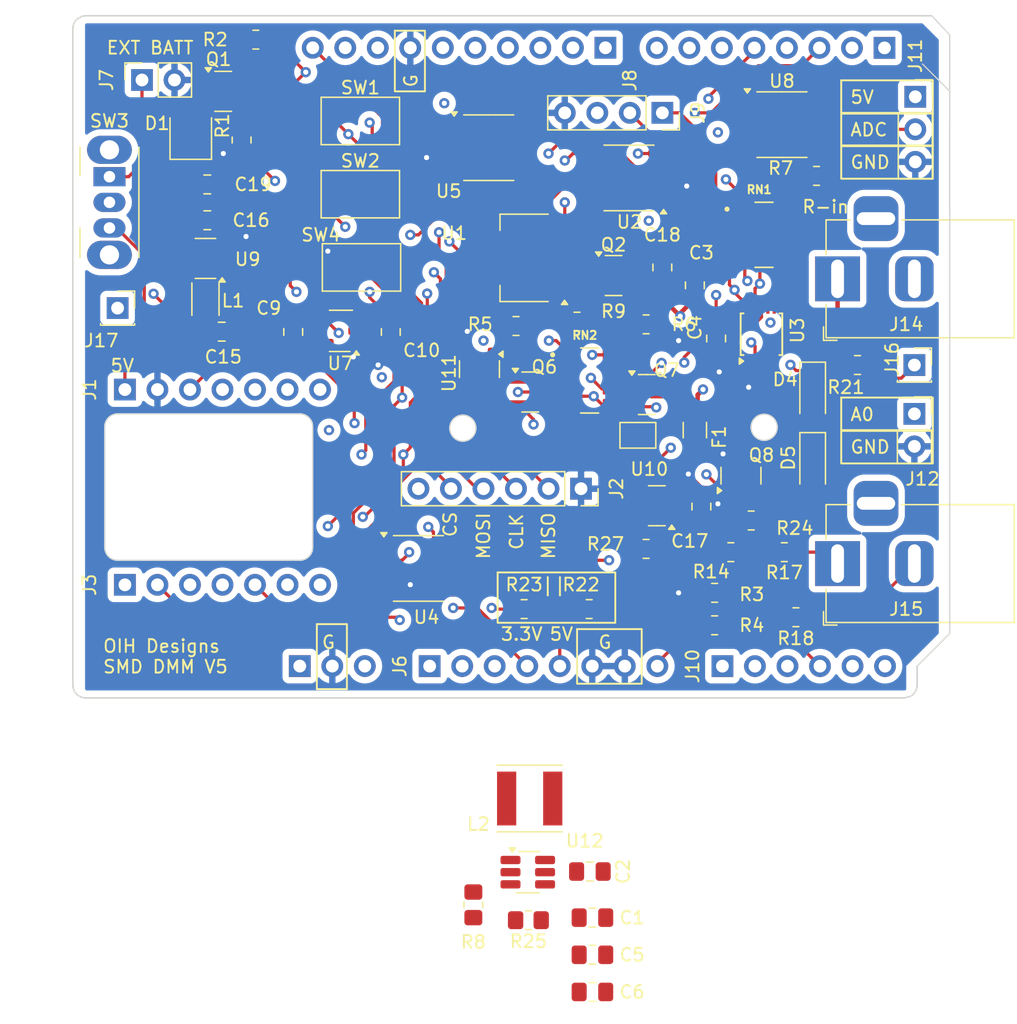
<source format=kicad_pcb>
(kicad_pcb (version 20241229) (generator "pcbnew") (generator_version "9.0")
  (layers (0 "F.Cu" signal) (4 "In1.Cu" signal) (6 "In2.Cu" signal) (2 "B.Cu" signal) (13 "F.Paste" user) (15 "B.Paste" user) (5 "F.SilkS" user "F.Silkscreen") (7 "B.SilkS" user "B.Silkscreen") (1 "F.Mask" user) (3 "B.Mask" user) (25 "Edge.Cuts" user))
  (net 0 "")
  (net 1 "GND")
  (net 2 "Resistor_Input")
  (net 3 "SDA")
  (net 4 "D6~")
  (net 5 "D7")
  (net 6 "+9V")
  (net 7 "SCL")
  (net 8 "V_Input_REF")
  (net 9 "V_Input_Float")
  (net 10 "ADS_ADDR")
  (net 11 "/R Circuit I Output")
  (net 12 "ADS_ALERT")
  (net 13 "A0{slash}D14")
  (net 14 "A2{slash}D16")
  (net 15 "D3~")
  (net 16 "VDD")
  (net 17 "I_Input")
  (net 18 "D10~")
  (net 19 "D9~")
  (net 20 "D5~ (IR)")
  (net 21 "A1{slash}D15")
  (net 32 "Net-(Q2-G)")
  (net 33 "Net-(U1-VO)")
  (net 36 "A3{slash}D17")
  (net 37 "Net-(D1-A)")
  (net 38 "Net-(F1-Pad1)")
  (net 39 "+BATT")
  (net 40 "CS")
  (net 41 "Net-(U7-C1-)")
  (net 42 "Net-(U7-C1+)")
  (net 43 "MISO")
  (net 44 "Net-(U9-SW)")
  (net 45 "XIAO 5V")
  (net 46 "XIAO Batt Pin")
  (net 47 "MOSI")
  (net 48 "CLK")
  (net 49 "SDA-5V")
  (net 50 "SCL-5V")
  (net 51 "/R into ADS")
  (net 52 "+VSW")
  (net 53 "/Uno5vPin")
  (net 54 "/Driver_U2_Out_B")
  (net 57 "/Driver_U4_Out_A")
  (net 58 "/Driver_U4_Out_B")
  (net 63 "+3V3")
  (net 64 "/ADC-1")
  (net 65 "/V Ref to ADS-0")
  (net 74 "/Driver_U4_In_B")
  (net 75 "Net-(Q1-B)")
  (net 76 "Net-(Q1-C)")
  (net 85 "Net-(J11-Pin_2)")
  (net 86 "Net-(U12-EN)")
  (net 87 "Net-(U12-SW)")
  (net 88 "Net-(Q8-D)")
  (net 89 "Net-(U12-FB)")
  (footprint "Capacitor_SMD:C_0805_2012Metric_Pad1.18x1.45mm_HandSolder" (layer "F.Cu") (at 128.660305 73.49413 90)
    (property "Reference" "C4")
    (property "Value" "0.1uF")
  )
  (footprint "Capacitor_SMD:C_0805_2012Metric_Pad1.18x1.45mm_HandSolder" (layer "F.Cu") (at 119 121.6)
    (property "Reference" "C5")
    (property "Value" "1uF")
  )
  (footprint "Resistor_SMD:R_0805_2012Metric_Pad1.20x1.40mm_HandSolder" (layer "F.Cu") (at 128.54 95.88 180)
    (property "Reference" "R4")
    (property "Value" "100K")
  )
  (footprint "Inductor_SMD:L_Taiyo-Yuden_MD-5050" (layer "F.Cu") (at 114.1 109.4 180)
    (property "Reference" "L2")
    (property "Value" "22uH")
  )
  (footprint "Connector_PinSocket_2.54mm:PinSocket_1x01_P2.54mm_Vertical" (layer "F.Cu") (at 144.145 75.565)
    (property "Reference" "J16")
    (property "Value" "Conn_01x01_Socket")
  )
  (footprint "Resistor_SMD:R_0805_2012Metric_Pad1.20x1.40mm_HandSolder" (layer "F.Cu") (at 109.7 117.7 90)
    (property "Reference" "R8")
    (property "Value" "71.5k")
  )
  (footprint "Library:PinHeader_1x10_P2.54mm_Vertical_NoBox" (layer "F.Cu") (at 120.015 50.8 -90)
    (property "Reference" "J8")
    (property "Value" "DIGITAL2")
  )
  (footprint "Resistor_SMD:R_0805_2012Metric_Pad1.20x1.40mm_HandSolder" (layer "F.Cu") (at 123.19 89.916)
    (property "Reference" "R27")
    (property "Value" "4.7K")
  )
  (footprint "Package_TO_SOT_SMD:SOT-223-3_TabPin2" (layer "F.Cu") (at 113.69 67.19875 180)
    (property "Reference" "U1")
    (property "Value" "LM317_TO-220")
  )
  (footprint "Jumper:SolderJumper-2_P1.3mm_Bridged_Pad1.0x1.5mm" (layer "F.Cu") (at 122.55 81.05)
    (property "Reference" "JP6" (hide yes))
    (property "Value" "Jumper_2_Bridged")
  )
  (footprint "Package_SO:SOIC-8_3.9x4.9mm_P1.27mm" (layer "F.Cu") (at 110.9 58.6)
    (property "Reference" "U5")
    (property "Value" "Opamp_Dual")
  )
  (footprint "Capacitor_SMD:C_0805_2012Metric_Pad1.18x1.45mm_HandSolder" (layer "F.Cu") (at 88.9215 61.468)
    (property "Reference" "C19")
    (property "Value" "22uF")
  )
  (footprint "Resistor_SMD:R_0805_2012Metric_Pad1.20x1.40mm_HandSolder" (layer "F.Cu") (at 118.745 94.615 180)
    (property "Reference" "R22")
    (property "Value" "0")
  )
  (footprint "Package_SO:TSSOP-10_3x3mm_P0.5mm" (layer "F.Cu") (at 132.200305 73.15913 90)
    (property "Reference" "U3")
    (property "Value" "ADS1115IDGS")
  )
  (footprint "Resistor_SMD:R_0805_2012Metric_Pad1.20x1.40mm_HandSolder" (layer "F.Cu") (at 134.89 95.25 180)
    (property "Reference" "R18")
    (property "Value" "499.0K")
  )
  (footprint "Library:PinHeader_1x06_P2.54mm_Vertical_NoBox" (layer "F.Cu") (at 129.151624 99.067665 90)
    (property "Reference" "J10")
    (property "Value" "ANALOG")
  )
  (footprint "Resistor_SMD:R_0805_2012Metric_Pad1.20x1.40mm_HandSolder" (layer "F.Cu") (at 129.81 90.17)
    (property "Reference" "R14")
    (property "Value" "15.0K")
  )
  (footprint "Package_TO_SOT_SMD:SOT-23" (layer "F.Cu") (at 124.0305 86.548 180)
    (property "Reference" "U10")
    (property "Value" "LM4040DBZ-2.5")
  )
  (footprint "Resistor_SMD:R_0805_2012Metric_Pad1.20x1.40mm_HandSolder" (layer "F.Cu") (at 114 118.9 180)
    (property "Reference" "R25")
    (property "Value" "732k")
  )
  (footprint "Resistor_SMD:R_0805_2012Metric_Pad1.20x1.40mm_HandSolder" (layer "F.Cu") (at 128.54 93.345)
    (property "Reference" "R3")
    (property "Value" "22K")
  )
  (footprint "Connector_PinSocket_2.54mm:PinSocket_1x03_P2.54mm_Vertical" (layer "F.Cu") (at 144.215 54.625)
    (property "Reference" "J11")
    (property "Value" "I_Input")
  )
  (footprint "Resistor_SMD:R_0805_2012Metric_Pad1.20x1.40mm_HandSolder" (layer "F.Cu") (at 113.03 72.51875)
    (property "Reference" "R5")
    (property "Value" "62.0")
  )
  (footprint "Resistor_SMD:R_0805_2012Metric_Pad1.20x1.40mm_HandSolder" (layer "F.Cu") (at 117.795 72.17875)
    (property "Reference" "R9")
    (property "Value" "22.0K")
  )
  (footprint "Button_Switch_SMD:SW_SPST_CK_RS282G05A3" (layer "F.Cu") (at 100.965 67.945 180)
    (property "Reference" "SW4")
    (property "Value" "SW_Push")
  )
  (footprint "Resistor_SMD:R_0805_2012Metric_Pad1.20x1.40mm_HandSolder" (layer "F.Cu") (at 91.6 58 -90)
    (property "Reference" "R1")
    (property "Value" "500")
  )
  (footprint "Library:RESCAXS127P508X320X70-8N" (layer "F.Cu") (at 118.782 76.77)
    (property "Reference" "RN2")
    (property "Value" "10k x4")
  )
  (footprint "Capacitor_SMD:C_0805_2012Metric_Pad1.18x1.45mm_HandSolder" (layer "F.Cu") (at 95.631 72.9805 -90)
    (property "Reference" "C9")
    (property "Value" "4.7uF")
  )
  (footprint "Resistor_SMD:R_0805_2012Metric_Pad1.20x1.40mm_HandSolder" (layer "F.Cu") (at 113.665 94.615 180)
    (property "Reference" "R23")
    (property "Value" "0")
  )
  (footprint "Button_Switch_SMD:SW_SPST_CK_RS282G05A3" (layer "F.Cu") (at 100.875 62.23)
    (property "Reference" "SW2")
    (property "Value" "SW_Push")
  )
  (footprint "Package_TO_SOT_SMD:SOT-23" (layer "F.Cu") (at 110.175 75.88 -90)
    (property "Reference" "U11")
    (property "Value" "LM4040DBZ-5")
  )
  (footprint "Button_Switch_SMD:SW_SPST_CK_RS282G05A3" (layer "F.Cu") (at 100.875 56.515)
    (property "Reference" "SW1")
    (property "Value" "SW_Push")
  )
  (footprint "Connector_PinSocket_2.54mm:PinSocket_1x02_P2.54mm_Vertical" (layer "F.Cu") (at 144.145 79.375)
    (property "Reference" "J12")
    (property "Value" "Conn_01x02_Pin")
  )
  (footprint "Resistor_SMD:R_0805_2012Metric_Pad1.20x1.40mm_HandSolder" (layer "F.Cu") (at 133.985 90.17 180)
    (property "Reference" "R17")
    (property "Value" "499.0K")
  )
  (footprint "Package_TO_SOT_SMD:SOT-23-5" (layer "F.Cu") (at 88.7785 67.244 180)
    (property "Reference" "U9")
    (property "Value" "TPS613222ADBV")
  )
  (footprint "Resistor_SMD:R_0805_2012Metric_Pad1.20x1.40mm_HandSolder" (layer "F.Cu") (at 136.5 60.8)
    (property "Reference" "R7")
    (property "Value" "0")
  )
  (footprint "Package_TO_SOT_SMD:SOT-23-5_HandSoldering" (layer "F.Cu") (at 99.361 72.898 180)
    (property "Reference" "U7")
    (property "Value" "MAX1683")
  )
  (footprint "Connector_BarrelJack:BarrelJack_Horizontal" (layer "F.Cu") (at 138.145 91.06 180)
    (property "Reference" "J15")
    (property "Value" "Barrel_Jack")
  )
  (footprint "Capacitor_SMD:C_0805_2012Metric_Pad1.18x1.45mm_HandSolder" (layer "F.Cu") (at 119 118.7)
    (property "Reference" "C1")
    (property "Value" "1uF")
  )
  (footprint "Package_SO:SOIC-8_3.9x4.9mm_P1.27mm" (layer "F.Cu") (at 105.41 91.44)
    (property "Reference" "U4")
    (property "Value" "IX4426N")
  )
  (footprint "Connector_PinSocket_2.54mm:PinSocket_1x01_P2.54mm_Vertical" (layer "F.Cu") (at 81.915 71.12)
    (property "Reference" "J17")
    (property "Value" "Conn_01x01_Socket")
  )
  (footprint "Package_TO_SOT_SMD:SOT-23" (layer "F.Cu") (at 120.65 68.58)
    (property "Reference" "Q2")
    (property "Value" "AO3400A MOSFET")
  )
  (footprint "Diode_SMD:D_SOD-123" (layer "F.Cu") (at 136.2 77.7 -90)
    (property "Reference" "D4")
    (property "Value" "D_Schottky")
  )
  (footprint "Resistor_SMD:R_0805_2012Metric_Pad1.20x1.40mm_HandSolder" (layer "F.Cu") (at 123.19 72.39 180)
    (property "Reference" "R6")
    (property "Value" "330.0")
  )
  (footprint "Resistor_SMD:R_0805_2012Metric_Pad1.20x1.40mm_HandSolder" (layer "F.Cu") (at 131.4 87.7 180)
    (property "Reference" "R24")
    (property "Value" "1.0M")
  )
  (footprint "Capacitor_SMD:C_0805_2012Metric_Pad1.18x1.45mm_HandSolder" (layer "F.Cu") (at 103.251 72.9805 90)
    (property "Reference" "C10")
    (property "Value" "4.7uF")
  )
  (footprint "Package_TO_SOT_SMD:SOT-23" (layer "F.Cu") (at 114.1445 77.67)
    (property "Reference" "Q6")
    (property "Value" "BSS138")
  )
  (footprint "Resistor_SMD:R_0805_2012Metric_Pad1.20x1.40mm_HandSolder" (layer "F.Cu") (at 139.7 75.565)
    (property "Reference" "R21")
    (property "Value" "0")
  )
  (footprint "Package_TO_SOT_SMD:SOT-23" (layer "F.Cu") (at 90.1625 54.2)
    (property "Reference" "Q1")
    (property "Value" "MMBT3904" (hide yes))
  )
  (footprint "Library:PinHeader_1x08_P2.54mm_Vertical_NoBox" (layer "F.Cu") (at 106.287792 99.06511 90)
    (property "Reference" "J6")
    (property "Value" "POWER1")
  )
  (footprint "Fuse:Fuse_1206_3216Metric_Pad1.42x1.75mm_HandSolder" (layer "F.Cu") (at 127 80.645 -90)
    (property "Reference" "F1")
    (property "Value" "Fuse")
  )
  (footprint "Connector_PinSocket_2.54mm:PinSocket_1x07_P2.54mm_Vertical" (layer "F.Cu") (at 82.487996 92.719534 90)
    (property "Reference" "J3")
    (property "Value" "Conn_01x07_Pin")
  )
  (footprint "Diode_SMD:D_SOD-123" (layer "F.Cu") (at 136.2 83.2 -90)
    (property "Reference" "D5")
    (property "Value" "D_Schottky")
  )
  (footprint "Capacitor_SMD:C_0805_2012Metric_Pad1.18x1.45mm_HandSolder" (layer "F.Cu") (at 119 124.5)
    (property "Reference" "C6")
    (property "Value" "1uF")
  )
  (footprint "Package_TO_SOT_SMD:SOT-23" (layer "F.Cu") (at 130.6 84.2 90)
    (property "Reference" "Q8")
    (property "Value" "AO3400A MOSFET")
  )
  (footprint "Capacitor_SMD:C_0805_2012Metric_Pad1.18x1.45mm_HandSolder" (layer "F.Cu") (at 124.46 67.945 90)
    (property "Reference" "C18")
    (property "Value" "1uF")
  )
  (footprint "Package_TO_SOT_SMD:SOT-23-6_Handsoldering" (layer "F.Cu") (at 113.95 115.15)
    (property "Reference" "U12")
    (property "Value" "TLV61046ADBVR")
  )
  (footprint "Library:PinHeader_1x08_P2.54mm_Vertical_NoBox" (layer "F.Cu") (at 141.809463 50.808987 -90)
    (property "Reference" "J13" (hide yes))
    (property "Value" "DIGITAL1")
  )
  (footprint "Connector_BarrelJack:BarrelJack_Horizontal" (layer "F.Cu") (at 138.145 68.835 180)
    (property "Reference" "J14")
    (property "Value" "Barrel_Jack")
  )
  (footprint "Capacitor_SMD:C_0805_2012Metric_Pad1.18x1.45mm_HandSolder" (layer "F.Cu") (at 127 69.342 90)
    (property "Reference" "C3")
    (property "Value" "2.2uF")
  )
  (footprint "Connector_PinSocket_2.54mm:PinSocket_1x02_P2.54mm_Vertical" (layer "F.Cu") (at 83.82 53.315 90)
    (property "Reference" "J7")
    (property "Value" "Conn_01x02_Pin")
  )
  (footprint "Resistor_SMD:R_0805_2012Metric_Pad1.20x1.40mm_HandSolder" (layer "F.Cu") (at 92.71 50.165 180)
    (property "Reference" "R2")
    (property "Value" "1K")
  )
  (footprint "Connector_PinSocket_2.54mm:PinSocket_1x07_P2.54mm_Vertical" (layer "F.Cu") (at 82.487996 77.479534 90)
    (property "Reference" "J1")
    (property "Value" "Conn_01x07_Pin")
  )
  (footprint "Capacitor_SMD:C_0805_2012Metric_Pad1.18x1.45mm_HandSolder" (layer "F.Cu") (at 127.508 86.614 -90)
    (property "Reference" "C17")
    (property "Value" "0.1uF")
  )
  (footprint "Inductor_SMD:L_Murata_DFE201610P" (layer "F.Cu") (at 88.7785 70.419 90)
    (property "Reference" "L1")
    (property "Value" "2.2uH")
  )
  (footprint "Package_SO:SOIC-8_3.9x4.9mm_P1.27mm" (layer "F.Cu") (at 133.8 56.8)
    (property "Reference" "U8")
    (property "Value" "Opamp_Dual")
  )
  (footprint "Connector_PinSocket_2.54mm:PinSocket_1x04_P2.54mm_Vertical" (layer "F.Cu") (at 124.46 55.88 -90)
    (property "Reference" "J9")
    (property "Value" "Out to Screen")
  )
  (footprint "LED_SMD:LED_Luminus_MP-3030-1100_3.0x3.0mm" (layer "F.Cu") (at 87.63 57.89 90)
    (property "Reference" "D1")
    (property "Value" "LED")
  )
  (footprint "Package_TO_SOT_SMD:SOT-23" (layer "F.Cu") (at 123.2445 77.87)
    (property "Reference" "Q7")
    (property "Value" "BSS138")
  )
  (footprint "Capacitor_SMD:C_0805_2012Metric_Pad1.18x1.45mm_HandSolder" (layer "F.Cu") (at 90.0485 72.959)
    (property "Reference" "C15")
    (property "Value" "4.7uF")
  )
  (footprint "Connector_PinSocket_2.54mm:PinSocket_1x06_P2.54mm_Vertical" (layer "F.Cu") (at 118.11 85.217 -90)
    (property "Reference" "J2")
    (property "Value" "MicoSD")
  )
  (footprint "Button_Switch_THT:SW_Slide_SPDT_Angled_CK_OS102011MA1Q" (layer "F.Cu") (at 81.28 60.865 -90)
    (property "Reference" "SW3")
    (property "Value" "SW_SPDT")
  )
  (footprint "Capacitor_SMD:C_0805_2012Metric_Pad1.18x1.45mm_HandSolder" (layer "F.Cu") (at 118.8 115.1)
    (property "Reference" "C2")
    (property "Value" "4.7uF")
  )
  (footprint "Library:RESCAXS127P508X320X70-8N" (layer "F.Cu") (at 132.4 65.4)
    (property "Reference" "RN1")
    (property "Value" "1K x4")
  )
  (footprint "Library:PinHeader_1x03_P2.54mm_Vertical_NoBox" (layer "F.Cu") (at 96.143981 99.063151 90)
    (property "Reference" "J5" (hide yes))
    (property "Value" "POWER2")
  )
  (footprint "Package_SO:SOIC-8_3.9x4.9mm_P1.27mm" (layer "F.Cu") (at 121.855 60.96 180)
    (property "Reference" "U2")
    (property "Value" "IX4426N")
  )
  (footprint "Capacitor_SMD:C_0805_2012Metric_Pad1.18x1.45mm_HandSolder" (layer "F.Cu") (at 88.9215 64.262)
    (property "Reference" "C16")
    (property "Value" "22uF")
  )
  (gr_rect (start 138.43 78.105) (end 145.585 80.705) (stroke (width 0.15)) (fill no) (layer "F.SilkS"))
  (gr_rect (start 111.597402 91.752692) (end 120.786111 95.683458) (stroke (width 0.15)) (fill no) (layer "F.SilkS"))
  (gr_rect (start 103.567758 49.467044) (end 105.91855 54.201136) (stroke (width 0.15)) (fill no) (layer "F.SilkS"))
  (gr_rect (start 138.43 80.645) (end 145.585 83.245) (stroke (width 0.15)) (fill no) (layer "F.SilkS"))
  (gr_rect (start 117.800432 96.176612) (end 122.849754 100.44112) (stroke (width 0.15)) (fill no) (layer "F.SilkS"))
  (gr_rect (start 97.477467 95.788603) (end 99.825034 100.86181) (stroke (width 0.15)) (fill no) (layer "F.SilkS"))
  (gr_rect (start 138.43 53.34) (end 145.585 55.94) (stroke (width 0.15)) (fill no) (layer "F.SilkS"))
  (gr_rect (start 138.43 55.88) (end 145.585 58.48) (stroke (width 0.15)) (fill no) (layer "F.SilkS"))
  (gr_rect (start 138.43 58.42) (end 145.585 61.02) (stroke (width 0.15)) (fill no) (layer "F.SilkS"))
  (gr_line (start 79.155572 48.342318) (end 79.409482 48.3) (stroke (width 0.12)) (layer "Edge.Cuts"))
  (gr_arc (start 80.915 80.375) (mid 81.207893 79.667893) (end 81.915 79.375) (stroke (width 0.1)) (layer "Edge.Cuts"))
  (gr_line (start 144.78 52.07) (end 146.939 54.229) (stroke (width 0.1)) (layer "Edge.Cuts"))
  (gr_line (start 78.711229 48.596228) (end 78.922821 48.448114) (stroke (width 0.12)) (layer "Edge.Cuts"))
  (gr_line (start 78.922821 101.423045) (end 78.711229 101.253771) (stroke (width 0.12)) (layer "Edge.Cuts"))
  (gr_line (start 146.899617 96.521794) (end 144.360514 99.060897) (stroke (width 0.12)) (layer "Edge.Cuts"))
  (gr_line (start 79.409482 48.3) (end 145.5 48.3) (stroke (width 0.12)) (layer "Edge.Cuts"))
  (gr_line (start 79.155572 101.507681) (end 78.922821 101.423045) (stroke (width 0.12)) (layer "Edge.Cuts"))
  (gr_line (start 144.318196 100.809428) (end 144.233559 101.042179) (stroke (width 0.12)) (layer "Edge.Cuts"))
  (gr_line (start 144.233559 101.042179) (end 144.064285 101.253771) (stroke (width 0.12)) (layer "Edge.Cuts"))
  (gr_line (start 78.415 49.315641) (end 78.457318 49.040571) (stroke (width 0.12)) (layer "Edge.Cuts"))
  (gr_line (start 144.360514 99.060897) (end 144.360514 100.555518) (stroke (width 0.12)) (layer "Edge.Cuts"))
  (gr_line (start 97.155 80.375) (end 97.155 89.805) (stroke (width 0.1)) (layer "Edge.Cuts"))
  (gr_line (start 145.5 48.3) (end 146.9 49.8) (stroke (width 0.1)) (layer "Edge.Cuts"))
  (gr_arc (start 81.915 90.805) (mid 81.207893 90.512107) (end 80.915 89.805) (stroke (width 0.1)) (layer "Edge.Cuts"))
  (gr_line (start 78.457318 100.809428) (end 78.415 100.555518) (stroke (width 0.12)) (layer "Edge.Cuts"))
  (gr_line (start 143.852694 101.423045) (end 143.366032 101.55) (stroke (width 0.12)) (layer "Edge.Cuts"))
  (gr_arc (start 96.155 79.375) (mid 96.862107 79.667893) (end 97.155 80.375) (stroke (width 0.1)) (layer "Edge.Cuts"))
  (gr_line (start 144.064285 101.253771) (end 143.852694 101.423045) (stroke (width 0.12)) (layer "Edge.Cuts"))
  (gr_line (start 78.711229 101.253771) (end 78.541955 101.042179) (stroke (width 0.12)) (layer "Edge.Cuts"))
  (gr_line (start 79.409482 101.55) (end 79.155572 101.507681) (stroke (width 0.12)) (layer "Edge.Cuts"))
  (gr_circle (center 108.880463 80.491437) (end 109.866264 80.21633) (stroke (width 0.1)) (fill no) (layer "Edge.Cuts"))
  (gr_line (start 81.915 90.805) (end 96.155 90.805) (stroke (width 0.1)) (layer "Edge.Cuts"))
  (gr_line (start 144.360514 100.555518) (end 144.318196 100.809428) (stroke (width 0.12)) (layer "Edge.Cuts"))
  (gr_line (start 78.415 100.555518) (end 78.415 49.315641) (stroke (width 0.12)) (layer "Edge.Cuts"))
  (gr_line (start 96.155 79.375) (end 81.915 79.375) (stroke (width 0.1)) (layer "Edge.Cuts"))
  (gr_circle (center 132.410332 80.422661) (end 133.396133 80.147554) (stroke (width 0.1)) (fill no) (layer "Edge.Cuts"))
  (gr_line (start 143.366032 101.55) (end 79.409482 101.55) (stroke (width 0.12)) (layer "Edge.Cuts"))
  (gr_line (start 78.541955 48.80782) (end 78.711229 48.596228) (stroke (width 0.12)) (layer "Edge.Cuts"))
  (gr_line (start 78.541955 101.042179) (end 78.457318 100.809428) (stroke (width 0.12)) (layer "Edge.Cuts"))
  (gr_arc (start 97.155 89.805) (mid 96.862107 90.512107) (end 96.155 90.805) (stroke (width 0.1)) (layer "Edge.Cuts"))
  (gr_line (start 80.915 89.805) (end 80.915 80.375) (stroke (width 0.1)) (layer "Edge.Cuts"))
  (gr_line (start 146.9 49.8) (end 146.899617 63.788527) (stroke (width 0.1)) (layer "Edge.Cuts"))
  (gr_line (start 78.922821 48.448114) (end 79.155572 48.342318) (stroke (width 0.12)) (layer "Edge.Cuts"))
  (gr_line (start 78.457318 49.040571) (end 78.541955 48.80782) (stroke (width 0.12)) (layer "Edge.Cuts"))
  (gr_line (start 146.899617 63.788527) (end 146.899617 96.521794) (stroke (width 0.12)) (layer "Edge.Cuts"))
  (gr_text "CS" (at 107.887744 88.00333 90) (layer "F.SilkS") (effects (font (size 1 1))))
  (gr_text "ADC" (at 139.065 57.785 0) (layer "F.SilkS") (effects (font (size 1 1)) (justify left bottom)))
  (gr_text "G" (at 97.79 97.79 0) (layer "F.SilkS") (effects (font (size 1 1)) (justify left bottom)))
  (gr_text "5V" (at 81.28 76.2 0) (layer "F.SilkS") (effects (font (size 1 1)) (justify left bottom)))
  (gr_text "||" (at 114.935 93.345 0) (layer "F.SilkS") (effects (font (size 1 1)) (justify left bottom)))
  (gr_text "G" (at 105.41 53.975 90) (layer "F.SilkS") (effects (font (size 1 1)) (justify left bottom)))
  (gr_text "R-in" (at 135.3 63.8 0) (layer "F.SilkS") (effects (font (size 1 1)) (justify left bottom)))
  (gr_text "5V" (at 139.065 55.245 0) (layer "F.SilkS") (effects (font (size 1 1)) (justify left bottom)))
  (gr_text "CLK" (at 113.068933 88.576471 90) (layer "F.SilkS") (effects (font (size 1 1))))
  (gr_text "GND" (at 139.065 82.55 0) (layer "F.SilkS") (effects (font (size 1 1)) (justify left bottom)))
  (gr_text "MOSI" (at 110.49 88.9 90) (layer "F.SilkS") (effects (font (size 1 1))))
  (gr_text "G" (at 119.38 97.79 0) (layer "F.SilkS") (effects (font (size 1 1)) (justify left bottom)))
  (gr_text "A0" (at 139.065 80.01 0) (layer "F.SilkS") (effects (font (size 1 1)) (justify left bottom)))
  (gr_text "3.3V" (at 111.76 97.155 0) (layer "F.SilkS") (effects (font (size 1 1)) (justify left bottom)))
  (gr_text "MISO" (at 115.57 88.9 90) (layer "F.SilkS") (effects (font (size 1 1))))
  (gr_text "EXT BATT" (at 84.455 50.8 0) (layer "F.SilkS") (effects (font (size 1 1))))
  (gr_text "GND" (at 139.065 60.325 0) (layer "F.SilkS") (effects (font (size 1 1)) (justify left bottom)))
  (gr_text "5V" (at 115.57 97.155 0) (layer "F.SilkS") (effects (font (size 1 1)) (justify left bottom)))
  (gr_text "OIH Designs\nSMD DMM V5" (at 80.7 99.7 0) (layer "F.SilkS") (effects (font (size 1 1)) (justify left bottom)))
  (segment (start 104.775 58.36) (end 105.785 59.37) (width 0.25) (layer "F.Cu") (net 1))
  (segment (start 87.63 58.465) (end 89.58 58.465) (width 0.25) (layer "F.Cu") (net 1))
  (segment (start 128.542434 75.742434) (end 128.542434 74.649501) (width 0.25) (layer "F.Cu") (net 1))
  (segment (start 100.711 74.549) (end 100.33 74.93) (width 0.25) (layer "F.Cu") (net 1))
  (segment (start 102.260346 75.561126) (end 102.339 75.482472) (width 0.25) (layer "F.Cu") (net 1))
  (segment (start 125.73 73.66) (end 125.46 73.66) (width 0.25) (layer "F.Cu") (net 1))
  (segment (start 127.508 85.09) (end 126.492 84.074) (width 0.25) (layer "F.Cu") (net 1))
  (segment (start 102.339 74.93) (end 103.251 74.018) (width 0.25) (layer "F.Cu") (net 1))
  (segment (start 125.46 73.66) (end 124.19 72.39) (width 0.25) (layer "F.Cu") (net 1))
  (segment (start 124.018 86.548) (end 124.968 85.598) (width 0.25) (layer "F.Cu") (net 1))
  (segment (start 89.58 58.465) (end 90.17 59.055) (width 0.25) (layer "F.Cu") (net 1))
  (segment (start 132.200305 76.299695) (end 131.2 77.3) (width 0.25) (layer "F.Cu") (net 1))
  (segment (start 102.339 75.482472) (end 102.339 74.93) (width 0.25) (layer "F.Cu") (net 1))
  (segment (start 104.14 92.075) (end 102.935 92.075) (width 0.25) (layer "F.Cu") (net 1))
  (segment (start 104.775 92.71) (end 104.14 92.075) (width 0.25) (layer "F.Cu") (net 1))
  (segment (start 123.093 86.548) (end 124.018 86.548) (width 0.25) (layer "F.Cu") (net 1))
  (segment (start 126.365 61.385001) (end 126.365 61.595) (width 0.25) (layer "F.Cu") (net 1))
  (segment (start 109.225 73.02) (end 109.225 72.935) (width 0.25) (layer "F.Cu") (net 1))
  (segment (start 106.045 60.96) (end 106.045 59.37) (width 0.25) (layer "F.Cu") (net 1))
  (segment (start 109.225 73.03) (end 109.22 73.025) (width 0.25) (layer "F.Cu") (net 1))
  (segment (start 127 68.3045) (end 125.857 68.3045) (width 0.25) (layer "F.Cu") (net 1))
  (segment (start 109.225 74.9425) (end 109.225 73.03) (width 0.25) (layer "F.Cu") (net 1))
  (segment (start 127.508 85.5765) (end 127.508 85.09) (width 0.25) (layer "F.Cu") (net 1))
  (segment (start 110.175 76.8175) (end 110.175 75.8925) (width 0.25) (layer "F.Cu") (net 1))
  (segment (start 126.365 65.0025) (end 124.46 66.9075) (width 0.25) (layer "F.Cu") (net 1))
  (segment (start 104.775 62.23) (end 106.045 60.96) (width 0.25) (layer "F.Cu") (net 1))
  (segment (start 104.775 57.15) (end 104.775 58.36) (width 0.25) (layer "F.Cu") (net 1))
  (segment (start 132.200305 75.30913) (end 132.200305 76.299695) (width 0.25) (layer "F.Cu") (net 1))
  (segment (start 106.045 59.37) (end 105.785 59.37) (width 0.25) (layer "F.Cu") (net 1))
  (segment (start 127 83.566) (end 127 82.1325) (width 0.25) (layer "F.Cu") (net 1))
  (segment (start 100.711 73.848) (end 100.711 74.549) (width 0.25) (layer "F.Cu") (net 1))
  (segment (start 121.05 81.05) (end 118.11 83.99) (width 0.25) (layer "F.Cu") (net 1))
  (segment (start 124.33 60.325) (end 125.304999 60.325) (width 0.25) (layer "F.Cu") (net 1))
  (segment (start 110.175 75.8925) (end 109.225 74.9425) (width 0.25) (layer "F.Cu") (net 1))
  (segment (start 125.857 68.3045) (end 124.46 66.9075) (width 0.25) (layer "F.Cu") (net 1))
  (segment (start 109.22 73.025) (end 109.225 73.02) (width 0.25) (layer "F.Cu") (net 1))
  (segment (start 126.492 84.074) (end 124.968 85.598) (width 0.25) (layer "F.Cu") (net 1))
  (segment (start 126.365 61.595) (end 126.365 65.0025) (width 0.25) (layer "F.Cu") (net 1))
  (segment (start 121.9 81.05) (end 121.05 81.05) (width 0.25) (layer "F.Cu") (net 1))
  (segment (start 125.73 93.345) (end 127.54 93.345) (width 0.25) (layer "F.Cu") (net 1))
  (segment (start 136.2 84.85) (end 139.135 81.915) (width 0.25) (layer "F.Cu") (net 1))
  (segment (start 98.335 66.675) (end 97.065 67.945) (width 0.25) (layer "F.Cu") (net 1))
  (segment (start 128.9 76.1) (end 128.542434 75.742434) (width 0.25) (layer "F.Cu") (net 1))
  (segment (start 126.492 84.074) (end 127 83.566) (width 0.25) (layer "F.Cu") (net 1))
  (segment (start 125.304999 60.325) (end 126.365 61.385001) (width 0.25) (layer "F.Cu") (net 1))
  (segment (start 118.11 83.99) (end 118.11 85.217) (width 0.25) (layer "F.Cu") (net 1))
  (segment (start 139.135 81.915) (end 144.145 81.915) (width 0.25) (layer "F.Cu") (net 1))
  (via (at 106.045 59.37) (size 0.8) (drill 0.4) (layers "F.Cu" "B.Cu") (net 1))
  (via (at 126.365 61.595) (size 0.8) (drill 0.4) (layers "F.Cu" "B.Cu") (net 1))
  (via (at 125.73 93.345) (size 0.8) (drill 0.4) (layers "F.Cu" "B.Cu") (net 1))
  (via (at 91.948 65.532) (size 0.8) (drill 0.4) (layers "F.Cu" "B.Cu") (net 1))
  (via (at 100.33 74.93) (size 0.8) (drill 0.4) (layers "F.Cu" "B.Cu") (net 1))
  (via (at 90.17 59.055) (size 0.8) (drill 0.4) (layers "F.Cu" "B.Cu") (net 1))
  (via (at 102.260346 75.561126) (size 0.8) (drill 0.4) (layers "F.Cu" "B.Cu") (net 1))
  (via (at 125.73 73.66) (size 0.8) (drill 0.4) (layers "F.Cu" "B.Cu") (net 1))
  (via (at 126.492 84.074) (size 0.8) (drill 0.4) (layers "F.Cu" "B.Cu") (net 1))
  (via (at 98.335 66.675) (size 0.8) (drill 0.4) (layers "F.Cu" "B.Cu") (net 1))
  (via (at 131.2 77.3) (size 0.8) (drill 0.4) (layers "F.Cu" "B.Cu") (net 1))
  (via (at 104.775 92.71) (size 0.8) (drill 0.4) (layers "F.Cu" "B.Cu") (net 1))
  (via (at 109.225 72.935) (size 0.8) (drill 0.4) (layers "F.Cu" "B.Cu") (net 1))
  (via (at 128.9 76.1) (size 0.8) (drill 0.4) (layers "F.Cu" "B.Cu") (net 1))
  (segment (start 118.795 70.4475) (end 118.795 72.17875) (width 0.35) (layer "F.Cu") (net 2))
  (segment (start 124.594875 70.492875) (end 120.675375 70.492875) (width 0.35) (layer "F.Cu") (net 2))
  (segment (start 138.145 73.01) (end 138.145 68.835) (width 0.35) (layer "F.Cu") (net 2))
  (segment (start 125.857 71.755) (end 124.594875 70.492875) (width 0.35) (layer "F.Cu") (net 2))
  (segment (start 125.857 71.5225) (end 127 70.3795) (width 0.35) (layer "F.Cu") (net 2))
  (segment (start 140.7 75.565) (end 138.145 73.01) (width 0.35) (layer "F.Cu") (net 2))
  (segment (start 120.675375 70.492875) (end 119.7125 69.53) (width 0.35) (layer "F.Cu") (net 2))
  (segment (start 119.7125 69.53) (end 118.795 70.4475) (width 0.35) (layer "F.Cu") (net 2))
  (segment (start 125.857 71.755) (end 125.857 71.5225) (width 0.35) (layer "F.Cu") (net 2))
  (via (at 125.857 71.755) (size 0.8) (drill 0.4) (layers "F.Cu" "B.Cu") (net 2))
  (segment (start 94.162462 94.234) (end 98.666 94.234) (width 0.25) (layer "F.Cu") (net 3))
  (segment (start 101.8 68.170229) (end 101.8 56.842) (width 0.25) (layer "F.Cu") (net 3))
  (segment (start 120.282 77.43) (end 119.742 77.43) (width 0.25) (layer "F.Cu") (net 3))
  (segment (start 104.14 75.397996) (end 104.751 74.786996) (width 0.25) (layer "F.Cu") (net 3))
  (segment (start 104.751 71.121229) (end 101.8 68.170229) (width 0.25) (layer "F.Cu") (net 3))
  (segment (start 122.307 78.82) (end 123.932 78.82) (width 0.25) (layer "F.Cu") (net 3))
  (segment (start 103.505 83.946302) (end 103.505 78.74) (width 0.25) (layer "F.Cu") (net 3))
  (segment (start 100.33 92.57) (end 100.33 87.121302) (width 0.25) (layer "F.Cu") (net 3))
  (segment (start 100.33 87.121302) (end 103.505 83.946302) (width 0.25) (layer "F.Cu") (net 3))
  (segment (start 104.14 78.105) (end 104.14 75.397996) (width 0.25) (layer "F.Cu") (net 3))
  (segment (start 104.751 74.786996) (end 104.751 71.121229) (width 0.25) (layer "F.Cu") (net 3))
  (segment (start 98.666 94.234) (end 100.33 92.57) (width 0.25) (layer "F.Cu") (net 3))
  (segment (start 119.742 77.43) (end 118.882 76.57) (width 0.25) (layer "F.Cu") (net 3))
  (segment (start 92.647996 92.719534) (end 94.162462 94.234) (width 0.25) (layer "F.Cu") (net 3))
  (segment (start 103.505 78.74) (end 104.14 78.105) (width 0.25) (layer "F.Cu") (net 3))
  (segment (start 101.8 56.842) (end 101.6 56.642) (width 0.25) (layer "F.Cu") (net 3))
  (via (at 104.14 78.105) (size 0.8) (drill 0.4) (layers "F.Cu" "B.Cu") (net 3))
  (via (at 101.6 56.642) (size 0.8) (drill 0.4) (layers "F.Cu" "B.Cu") (net 3))
  (via (at 118.882 76.57) (size 0.8) (drill 0.4) (layers "F.Cu" "B.Cu") (net 3))
  (via (at 123.982 78.87) (size 0.8) (drill 0.4) (layers "F.Cu" "B.Cu") (net 3))
  (segment (start 95.4 53.9) (end 96.595 52.705) (width 0.25) (layer "F.Cu") (net 4))
  (segment (start 94.07 50.165) (end 96.61 52.705) (width 0.25) (layer "F.Cu") (net 4))
  (segment (start 95.4 69.365) (end 95.4 53.9) (width 0.25) (layer "F.Cu") (net 4))
  (segment (start 95.885 69.85) (end 95.4 69.365) (width 0.25) (layer "F.Cu") (net 4))
  (segment (start 96.595 52.705) (end 96.61 52.705) (width 0.25) (layer "F.Cu") (net 4))
  (via (at 95.885 69.85) (size 0.8) (drill 0.4) (layers "F.Cu" "B.Cu") (net 4))
  (via (at 96.61 52.705) (size 0.8) (drill 0.4) (layers "F.Cu" "B.Cu") (net 4))
  (segment (start 115.57 59.055) (end 116.525 58.1) (width 0.25) (layer "F.Cu") (net 5))
  (segment (start 116.525 58.1) (end 120.33 58.1) (width 0.25) (layer "F.Cu") (net 5))
  (segment (start 120.33 58.1) (end 123.825 61.595) (width 0.25) (layer "F.Cu") (net 5))
  (via (at 115.57 59.055) (size 0.8) (drill 0.4) (layers "F.Cu" "B.Cu") (net 5))
  (segment (start 100.965 82.55) (end 101.3 82.215) (width 0.25) (layer "F.Cu") (net 6))
  (segment (start 102.296 72.904) (end 102 73.2) (width 0.25) (layer "F.Cu") (net 6))
  (segment (start 107.95 62.865) (end 105.41 65.405) (width 0.25) (layer "F.Cu") (net 6))
  (segment (start 102 74.034346) (end 102 73.2) (width 0.25) (layer "F.Cu") (net 6))
  (segment (start 118.11 60.325) (end 115.57 62.865) (width 0.25) (layer "F.Cu") (net 6))
  (segment (start 106.178914 88.2) (end 106.584 88.605086) (width 0.25) (layer "F.Cu") (net 6))
  (segment (start 119.38 60.325) (end 118.11 60.325) (width 0.25) (layer "F.Cu") (net 6))
  (segment (start 106.910001 92.075) (end 107.885 92.075) (width 0.25) (layer "F.Cu") (net 6))
  (segment (start 100.711 72.898) (end 102.296 72.898) (width 0.25) (layer "F.Cu") (net 6))
  (segment (start 103.251 71.943) (end 101.6 70.292) (width 0.25) (layer "F.Cu") (net 6))
  (segment (start 105.41 65.405) (end 104.775 65.405) (width 0.25) (layer "F.Cu") (net 6))
  (segment (start 102.296 72.898) (end 103.251 71.943) (width 0.25) (layer "F.Cu") (net 6))
  (segment (start 101.3 82.215) (end 101.3 74.734346) (width 0.25) (layer "F.Cu") (net 6))
  (segment (start 106.584 88.605086) (end 106.584 91.748999) (width 0.25) (layer "F.Cu") (net 6))
  (segment (start 106.584 91.748999) (end 106.910001 92.075) (width 0.25) (layer "F.Cu") (net 6))
  (segment (start 101.6 70.292) (end 101.6 69.85) (width 0.25) (layer "F.Cu") (net 6))
  (segment (start 101.3 74.734346) (end 102 74.034346) (width 0.25) (layer "F.Cu") (net 6))
  (segment (start 102.296 72.898) (end 102.296 72.904) (width 0.25) (layer "F.Cu") (net 6))
  (segment (start 115.57 62.865) (end 107.95 62.865) (width 0.25) (layer "F.Cu") (net 6))
  (via (at 101.6 69.85) (size 0.8) (drill 0.4) (layers "F.Cu" "B.Cu") (net 6))
  (via (at 106.178914 88.2) (size 0.8) (drill 0.4) (layers "F.Cu" "B.Cu") (net 6))
  (via (at 104.775 65.405) (size 0.8) (drill 0.4) (layers "F.Cu" "B.Cu") (net 6))
  (via (at 100.965 82.55) (size 0.8) (drill 0.4) (layers "F.Cu" "B.Cu") (net 6))
  (segment (start 113.207 78.62) (end 117.132 78.62) (width 0.25) (layer "F.Cu") (net 7))
  (segment (start 101.064554 87.412054) (end 101.182946 87.412054) (width 0.25) (layer "F.Cu") (net 7))
  (segment (start 105.201 78.069305) (end 105.201 70.934833) (width 0.25) (layer "F.Cu") (net 7))
  (segment (start 104.23 83.857698) (end 104.23 82.55) (width 0.25) (layer "F.Cu") (net 7))
  (segment (start 104.23 82.55) (end 104.775 82.005) (width 0.25) (layer "F.Cu") (net 7))
  (segment (start 104.775 82.005) (end 104.775 78.495305) (width 0.25) (layer "F.Cu") (net 7))
  (segment (start 102.6 68.333833) (end 102.6 56.245) (width 0.25) (layer "F.Cu") (net 7))
  (segment (start 114.4 79.813) (end 113.207 78.62) (width 0.25) (layer "F.Cu") (net 7))
  (segment (start 104.775 78.495305) (end 105.201 78.069305) (width 0.25) (layer "F.Cu") (net 7))
  (segment (start 105.201 70.934833) (end 102.6 68.333833) (width 0.25) (layer "F.Cu") (net 7))
  (segment (start 103.32 85.275) (end 103.32 84.767698) (width 0.25) (layer "F.Cu") (net 7))
  (segment (start 103.32 84.767698) (end 104.23 83.857698) (width 0.25) (layer "F.Cu") (net 7))
  (segment (start 114.4 80.2) (end 114.4 79.813) (width 0.25) (layer "F.Cu") (net 7))
  (segment (start 102.6 56.245) (end 97.155 50.8) (width 0.25) (layer "F.Cu") (net 7))
  (segment (start 101.182946 87.412054) (end 103.32 85.275) (width 0.25) (layer "F.Cu") (net 7))
  (via (at 101.064554 87.412054) (size 0.8) (drill 0.4) (layers "F.Cu" "B.Cu") (net 7))
  (via (at 104.23 82.55) (size 0.8) (drill 0.4) (layers "F.Cu" "B.Cu") (net 7))
  (via (at 114.4 80.2) (size 0.8) (drill 0.4) (layers "F.Cu" "B.Cu") (net 7))
  (segment (start 139.955 95.25) (end 144.145 91.06) (width 0.25) (layer "F.Cu") (net 8))
  (segment (start 135.89 95.25) (end 139.955 95.25) (width 0.25) (layer "F.Cu") (net 8))
  (segment (start 134.985 90.17) (end 137.255 90.17) (width 0.25) (layer "F.Cu") (net 9))
  (segment (start 131.200305 75.30913) (end 129.54 76.969435) (width 0.25) (layer "F.Cu") (net 10))
  (segment (start 129.54 76.969435) (end 129.54 78.76) (width 0.25) (layer "F.Cu") (net 10))
  (segment (start 123.55 80.7) (end 123.2 81.05) (width 0.25) (layer "F.Cu") (net 10))
  (segment (start 129.54 78.76) (end 127.6 80.7) (width 0.25) (layer "F.Cu") (net 10))
  (segment (start 127.6 80.7) (end 123.55 80.7) (width 0.25) (layer "F.Cu") (net 10))
  (segment (start 111.60625 74.9425) (end 111.125 74.9425) (width 0.35) (layer "F.Cu") (net 11))
  (segment (start 117.87 73.25375) (end 116.795 72.17875) (width 0.35) (layer "F.Cu") (net 11))
  (segment (start 121.5875 68.58) (end 124.0575 68.58) (width 0.25) (layer "F.Cu") (net 11))
  (segment (start 121.32625 73.25375) (end 117.87 73.25375) (width 0.35) (layer "F.Cu") (net 11))
  (segment (start 116.795 72.17875) (end 116.795 69.54375) (width 0.35) (layer "F.Cu") (net 11))
  (segment (start 121.5875 68.58) (end 117.75875 68.58) (width 0.25) (layer "F.Cu") (net 11))
  (segment (start 122.19 72.39) (end 121.32625 73.25375) (width 0.35) (layer "F.Cu") (net 11))
  (segment (start 117.75875 68.58) (end 116.84 69.49875) (width 0.25) (layer "F.Cu") (net 11))
  (segment (start 116.795 72.17875) (end 114.37 72.17875) (width 0.35) (layer "F.Cu") (net 11))
  (segment (start 114.03 72.51875) (end 111.60625 74.9425) (width 0.35) (layer "F.Cu") (net 11))
  (segment (start 131.700305 74.100305) (end 131.700305 75.30913) (width 0.25) (layer "F.Cu") (net 12))
  (segment (start 130.9 68.8) (end 130.9 67.4) (width 0.25) (layer "F.Cu") (net 12))
  (segment (start 131.4 73.8) (end 131.700305 74.100305) (width 0.25) (layer "F.Cu") (net 12))
  (segment (start 131.1 69) (end 130.9 68.8) (width 0.25) (layer "F.Cu") (net 12))
  (via (at 132.9 72.25) (size 0.8) (drill 0.4) (layers "F.Cu" "B.Cu") (net 12))
  (via (at 131.1 69) (size 0.8) (drill 0.4) (layers "F.Cu" "B.Cu") (net 12))
  (via (at 131.4 73.8) (size 0.8) (drill 0.4) (layers "F.Cu" "B.Cu") (net 12))
  (segment (start 104.301 74.6006) (end 103.505 75.3966) (width 0.25) (layer "F.Cu") (net 15))
  (segment (start 102.87 77.47) (end 102.87 83.603) (width 0.25) (layer "F.Cu") (net 15))
  (segment (start 100.9 67.906625) (end 104.301 71.307625) (width 0.25) (layer "F.Cu") (net 15))
  (segment (start 102.87 83.603) (end 98.335 88.138) (width 0.25) (layer "F.Cu") (net 15))
  (segment (start 98.91 56.515) (end 99.9375 57.5425) (width 0.25) (layer "F.Cu") (net 15))
  (segment (start 100.9 58.505) (end 100.9 67.906625) (width 0.25) (layer "F.Cu") (net 15))
  (segment (start 104.301 71.307625) (end 104.301 74.6006) (width 0.25) (layer "F.Cu") (net 15))
  (segment (start 96.975 56.515) (end 98.91 56.515) (width 0.25) (layer "F.Cu") (net 15))
  (segment (start 99.9375 57.5425) (end 100.9 58.505) (width 0.25) (layer "F.Cu") (net 15))
  (segment (start 103.505 75.3966) (end 103.505 76.835) (width 0.25) (layer "F.Cu") (net 15))
  (segment (start 103.505 76.835) (end 102.87 77.47) (width 0.25) (layer "F.Cu") (net 15))
  (via (at 98.335 88.138) (size 0.8) (drill 0.4) (layers "F.Cu" "B.Cu") (net 15))
  (via (at 99.9375 57.5425) (size 0.8) (drill 0.4) (layers "F.Cu" "B.Cu") (net 15))
  (segment (start 121.92 92.218) (end 121.92 85.217) (width 0.25) (layer "F.Cu") (net 16))
  (segment (start 130.6 62.25) (end 129.425 61.075) (width 0.25) (layer "F.Cu") (net 16))
  (segment (start 119.745 94.393) (end 121.92 92.218) (width 0.25) (layer "F.Cu") (net 16))
  (segment (start 133.9 66.06) (end 133.9 64.8) (width 0.25) (layer "F.Cu") (net 16))
  (segment (start 128.660305 72.45663) (end 131.577805 72.45663) (width 0.25) (layer "F.Cu") (net 16))
  (segment (start 133.9 64.8) (end 131.35 62.25) (width 0.25) (layer "F.Cu") (net 16))
  (segment (start 99.183097 73.056313) (end 98.074784 71.948) (width 0.25) (layer "F.Cu") (net 16))
  (segment (start 121.92 85.217) (end 125.1185 82.0185) (width 0.25) (layer "F.Cu") (net 16))
  (segment (start 128.660305 71.96724) (end 128.905 72.211935) (width 0.25) (layer "F.Cu") (net 16))
  (segment (start 126.1745 75.3745) (end 126.1745 74.942435) (width 0.25) (layer "F.Cu") (net 16))
  (segment (start 134.916481 76) (end 134.463749 75.547268) (width 0.25) (layer "F.Cu") (net 16))
  (segment (start 94.21 61.19) (end 92.02 59) (width 0.25) (layer "F.Cu") (net 16))
  (segment (start 126.1745 74.942435) (end 128.660305 72.45663) (width 0.25) (layer "F.Cu") (net 16))
  (segment (start 92.02 59) (end 91.6 59) (width 0.25) (layer "F.Cu") (net 16))
  (segment (start 136 76) (end 134.916481 76) (width 0.25) (layer "F.Cu") (net 16))
  (segment (start 131.35 62.25) (end 130.6 62.25) (width 0.25) (layer "F.Cu") (net 16))
  (segment (start 88.646 59.944) (end 87.741 60.849) (width 0.25) (layer "F.Cu") (net 16))
  (segment (start 90.656 59.944) (end 91.6 59) (width 0.25) (layer "F.Cu") (net 16))
  (segment (start 116.172 73.66) (end 117.282 74.77) (width 0.25) (layer "F.Cu") (net 16))
  (segment (start 133.9 66.06) (end 133.9 67.4) (width 0.25) (layer "F.Cu") (net 16))
  (segment (start 132.200305 71.83413) (end 131.577805 72.45663) (width 0.25) (layer "F.Cu") (net 16))
  (segment (start 117.282 74.77) (end 117.282 76.11) (width 0.25) (layer "F.Cu") (net 16))
  (segment (start 128.660305 70.1) (end 128.660305 71.96724) (width 0.25) (layer "F.Cu") (net 16))
  (segment (start 90.656 59.944) (end 88.646 59.944) (width 0.25) (layer "F.Cu") (net 16))
  (segment (start 115.6 73.66) (end 116.172 73.66) (width 0.25) (layer "F.Cu") (net 16))
  (segment (start 87.741 60.849) (end 87.741 64.069) (width 0.25) (layer "F.Cu") (net 16))
  (segment (start 132.200305 71.00913) (end 132.200305 71.83413) (width 0.25) (layer "F.Cu") (net 16))
  (via (at 125.1185 82.0185) (size 0.8) (drill 0.4) (layers "F.Cu" "B.Cu") (net 16))
  (via (at 134.463749 75.547268) (size 0.8) (drill 0.4) (layers "F.Cu" "B.Cu") (net 16))
  (via (at 115.6 73.66) (size 0.8) (drill 0.4) (layers "F.Cu" "B.Cu") (net 16))
  (via (at 128.660305 70.1) (size 0.8) (drill 0.4) (layers "F.Cu" "B.Cu") (net 16))
  (via (at 126.1745 75.3745) (size 0.8) (drill 0.4) (layers "F.Cu" "B.Cu") (net 16))
  (via (at 94.21 61.19) (size 0.8) (drill 0.4) (layers "F.Cu" "B.Cu") (net 16))
  (via (at 129.425 61.075) (size 0.8) (drill 0.4) (layers "F.Cu" "B.Cu") (net 16))
  (via (at 110.49 73.66) (size 0.8) (drill 0.4) (layers "F.Cu" "B.Cu") (net 16))
  (via (at 99.183097 73.056313) (size 0.8) (drill 0.4) (layers "F.Cu" "B.Cu") (net 16))
  (segment (start 135.5 67.384434) (end 135.5 60.8) (width 0.25) (layer "F.Cu") (net 17))
  (segment (start 132.700305 70.184129) (end 135.5 67.384434) (width 0.25) (layer "F.Cu") (net 17))
  (segment (start 132.700305 71.00913) (end 132.700305 70.184129) (width 0.25) (layer "F.Cu") (net 17))
  (segment (start 128.059225 54.78) (end 128.059225 54.640775) (width 0.25) (layer "F.Cu") (net 18))
  (segment (start 97.155 62.23) (end 99.695 64.77) (width 0.25) (layer "F.Cu") (net 18))
  (segment (start 128.059225 54.640775) (end 131.649463 51.050537) (width 0.25) (layer "F.Cu") (net 18))
  (via (at 99.695 64.77) (size 0.8) (drill 0.4) (layers "F.Cu" "B.Cu") (net 18))
  (via (at 128.059225 54.78) (size 0.8) (drill 0.4) (layers "F.Cu" "B.Cu") (net 18))
  (segment (start 135.33845 52.2) (end 136.729463 50.808987) (width 0.25) (layer "F.Cu") (net 19))
  (segment (start 128.27 55.88) (end 131.95 52.2) (width 0.25) (layer "F.Cu") (net 19))
  (segment (start 131.95 52.2) (end 135.33845 52.2) (width 0.25) (layer "F.Cu") (net 19))
  (segment (start 127 55.88) (end 128.27 55.88) (width 0.25) (layer "F.Cu") (net 19))
  (segment (start 124.33 59.055) (end 122.555 59.055) (width 0.25) (layer "F.Cu") (net 19))
  (via (at 122.555 59.055) (size 0.8) (drill 0.4) (layers "F.Cu" "B.Cu") (net 19))
  (via (at 127 55.88) (size 0.8) (drill 0.4) (layers "F.Cu" "B.Cu") (net 19))
  (via (at 107.43 55.13) (size 0.8) (drill 0.4) (layers "F.Cu" "B.Cu") (net 19))
  (segment (start 102.935 90.805) (end 104.14 90.805) (width 0.25) (layer "F.Cu") (net 20))
  (segment (start 104.775 90.17) (end 104.685 90.17) (width 0.25) (layer "F.Cu") (net 20))
  (segment (start 104.14 90.805) (end 104.775 90.17) (width 0.25) (layer "F.Cu") (net 20))
  (via (at 104.685 90.17) (size 0.8) (drill 0.4) (layers "F.Cu" "B.Cu") (net 20))
  (via (at 123.4 64.3) (size 0.8) (drill 0.4) (layers "F.Cu" "B.Cu") (net 20))
  (via (at 102.5525 76.5175) (size 0.8) (drill 0.4) (layers "F.Cu" "B.Cu") (net 20))
  (via (at 128.8 57.4) (size 0.8) (drill 0.4) (layers "F.Cu" "B.Cu") (net 20))
  (segment (start 103.77 86.095) (end 100.802 89.063) (width 0.25) (layer "F.Cu") (net 21))
  (segment (start 105.651 70.726) (end 105.651 78.255701) (width 0.25) (layer "F.Cu") (net 21))
  (segment (start 104.865 69.94) (end 105.651 70.726) (width 0.25) (layer "F.Cu") (net 21))
  (segment (start 87.558462 95.25) (end 85.027996 92.719534) (width 0.25) (layer "F.Cu") (net 21))
  (segment (start 105.41 78.496701) (end 105.41 83.314094) (width 0.25) (layer "F.Cu") (net 21))
  (segment (start 105.41 83.314094) (end 103.77 84.954094) (width 0.25) (layer "F.Cu") (net 21))
  (segment (start 103.7325 95.25) (end 87.558462 95.25) (width 0.25) (layer "F.Cu") (net 21))
  (segment (start 104.865 67.945) (end 104.865 69.94) (width 0.25) (layer "F.Cu") (net 21))
  (segment (start 103.77 84.954094) (end 103.77 86.095) (width 0.25) (layer "F.Cu") (net 21))
  (segment (start 100.802 89.063) (end 100.802 94.143) (width 0.25) (layer "F.Cu") (net 21))
  (segment (start 100.802 94.143) (end 99.695 95.25) (width 0.25) (layer "F.Cu") (net 21))
  (segment (start 103.9495 95.467) (end 103.7325 95.25) (width 0.25) (layer "F.Cu") (net 21))
  (segment (start 105.651 78.255701) (end 105.41 78.496701) (width 0.25) (layer "F.Cu") (net 21))
  (via (at 103.9495 95.467) (size 0.8) (drill 0.4) (layers "F.Cu" "B.Cu") (net 21))
  (segment (start 120.681 66.6615) (end 119.7125 67.63) (width 0.25) (layer "F.Cu") (net 32))
  (segment (start 120.681 62.513678) (end 120.681 66.6615) (width 0.25) (layer "F.Cu") (net 32))
  (segment (start 119.762322 61.595) (end 120.681 62.513678) (width 0.25) (layer "F.Cu") (net 32))
  (segment (start 110.54 67.19875) (end 116.84 67.19875) (width 0.25) (layer "F.Cu") (net 33))
  (segment (start 112.03 72.00875) (end 116.84 67.19875) (width 0.25) (layer "F.Cu") (net 33))
  (segment (start 131.043959 95.88) (end 132.445959 97.282) (width 0.25) (layer "F.Cu") (net 36))
  (segment (start 132.445959 97.282) (end 134.985959 97.282) (width 0.25) (layer "F.Cu") (net 36))
  (segment (start 129.54 93.345) (end 129.54 95.88) (width 0.25) (layer "F.Cu") (net 36))
  (segment (start 134.985959 97.282) (end 136.771624 99.067665) (width 0.25) (layer "F.Cu") (net 36))
  (segment (start 129.54 95.88) (end 131.043959 95.88) (width 0.25) (layer "F.Cu") (net 36))
  (segment (start 87.63 56.388) (end 87.63 56.815) (width 0.25) (layer "F.Cu") (net 37))
  (segment (start 88.773 55.245) (end 87.63 56.388) (width 0.25) (layer "F.Cu") (net 37))
  (segment (start 127.635 77.47) (end 127.2175 77.8875) (width 0.35) (layer "F.Cu") (net 38))
  (segment (start 127.2175 77.8875) (end 127.2175 79.375) (width 0.35) (layer "F.Cu") (net 38))
  (via (at 127.635 77.47) (size 0.8) (drill 0.4) (layers "F.Cu" "B.Cu") (net 38))
  (segment (start 111.215 94.615) (end 112.665 94.615) (width 0.25) (layer "F.Cu") (net 39))
  (segment (start 111.125 94.525) (end 111.215 94.615) (width 0.25) (layer "F.Cu") (net 39))
  (segment (start 82.78 60.865) (end 83.82 59.825) (width 0.25) (layer "F.Cu") (net 39))
  (segment (start 81.28 60.865) (end 82.78 60.865) (width 0.25) (layer "F.Cu") (net 39))
  (segment (start 83.82 59.825) (end 83.82 53.93) (width 0.25) (layer "F.Cu") (net 39))
  (via (at 111.125 94.525) (size 0.8) (drill 0.4) (layers "F.Cu" "B.Cu") (net 39))
  (via (at 98.425 80.645) (size 0.8) (drill 0.4) (layers "F.Cu" "B.Cu") (net 39))
  (segment (start 105.86 83) (end 107.95 85.09) (width 0.25) (layer "F.Cu") (net 40))
  (segment (start 105.86 78.683097) (end 105.86 83) (width 0.25) (layer "F.Cu") (net 40))
  (segment (start 106.101 69.994306) (end 106.101 78.442097) (width 0.25) (layer "F.Cu") (net 40))
  (segment (start 106.101 78.442097) (end 105.86 78.683097) (width 0.25) (layer "F.Cu") (net 40))
  (segment (start 106.092549 69.985855) (end 106.101 69.994306) (width 0.25) (layer "F.Cu") (net 40))
  (via (at 106.092549 69.985855) (size 0.8) (drill 0.4) (layers "F.Cu" "B.Cu") (net 40))
  (segment (start 96.901 70.673) (end 95.631 71.943) (width 0.25) (layer "F.Cu") (net 41))
  (segment (start 99.436 70.673) (end 96.901 70.673) (width 0.25) (layer "F.Cu") (net 41))
  (segment (start 100.711 71.948) (end 99.436 70.673) (width 0.25) (layer "F.Cu") (net 41))
  (segment (start 98.011 73.848) (end 95.801 73.848) (width 0.25) (layer "F.Cu") (net 42))
  (segment (start 108.585 71.12) (end 108.031 71.674) (width 0.25) (layer "F.Cu") (net 43))
  (segment (start 113.088 81.277) (end 113.088 82.735) (width 0.25) (layer "F.Cu") (net 43))
  (segment (start 108.031 71.674) (end 108.031 71.679602) (width 0.25) (layer "F.Cu") (net 43))
  (segment (start 107.827653 65.917653) (end 108.585 66.675) (width 0.25) (layer "F.Cu") (net 43))
  (segment (start 108.031 71.679602) (end 107.8 71.910602) (width 0.25) (layer "F.Cu") (net 43))
  (segment (start 107.8 75.989) (end 113.088 81.277) (width 0.25) (layer "F.Cu") (net 43))
  (segment (start 108.585 66.675) (end 108.585 71.12) (width 0.25) (layer "F.Cu") (net 43))
  (segment (start 113.088 82.735) (end 115.57 85.217) (width 0.25) (layer "F.Cu") (net 43))
  (segment (start 107.8 71.910602) (end 107.8 75.989) (width 0.25) (layer "F.Cu") (net 43))
  (via (at 107.827653 65.917653) (size 0.8) (drill 0.4) (layers "F.Cu" "B.Cu") (net 43))
  (segment (start 89.916 68.194) (end 89.916 68.5565) (width 0.75) (layer "F.Cu") (net 44))
  (segment (start 89.916 68.5565) (end 88.7785 69.694) (width 0.75) (layer "F.Cu") (net 44))
  (segment (start 82.487996 74.294785) (end 82.487996 77.479534) (width 0.25) (layer "F.Cu") (net 45))
  (segment (start 81.845254 64.865) (end 84 67.019746) (width 0.25) (layer "F.Cu") (net 45))
  (segment (start 84 67.019746) (end 84 72.782781) (width 0.25) (layer "F.Cu") (net 45))
  (segment (start 84 72.782781) (end 82.487996 74.294785) (width 0.25) (layer "F.Cu") (net 45))
  (segment (start 88.7785 71.144) (end 88.7785 72.7265) (width 0.25) (layer "F.Cu") (net 46))
  (segment (start 85.844 71.144) (end 88.7785 71.144) (width 0.25) (layer "F.Cu") (net 46))
  (segment (start 84.725 70) (end 84.725 70.025) (width 0.25) (layer "F.Cu") (net 46))
  (segment (start 84.725 70.025) (end 85.844 71.144) (width 0.25) (layer "F.Cu") (net 46))
  (via (at 84.725 70) (size 0.8) (drill 0.4) (layers "F.Cu" "B.Cu") (net 46))
  (segment (start 106.551 78.628493) (end 106.31 78.869493) (width 0.25) (layer "F.Cu") (net 47))
  (segment (start 106.31 78.869493) (end 106.31 81.545) (width 0.25) (layer "F.Cu") (net 47))
  (segment (start 106.31 81.545) (end 109.982 85.217) (width 0.25) (layer "F.Cu") (net 47))
  (segment (start 107.13 71.306396) (end 106.551 71.885396) (width 0.25) (layer "F.Cu") (net 47))
  (segment (start 106.551 71.885396) (end 106.551 78.628493) (width 0.25) (layer "F.Cu") (net 47))
  (segment (start 107.13 68.834847) (end 107.13 71.306396) (width 0.25) (layer "F.Cu") (net 47))
  (segment (start 106.619176 68.324023) (end 107.13 68.834847) (width 0.25) (layer "F.Cu") (net 47))
  (via (at 106.619176 68.324023) (size 0.8) (drill 0.4) (layers "F.Cu" "B.Cu") (net 47))
  (segment (start 107.020653 67.225958) (end 107.58 67.785305) (width 0.25) (layer "F.Cu") (net 48))
  (segment (start 107.020653 65.200653) (end 107.020653 67.225958) (width 0.25) (layer "F.Cu") (net 48))
  (segment (start 108.586396 83.185) (end 110.998 83.185) (width 0.25) (layer "F.Cu") (net 48))
  (segment (start 107.58 67.785305) (end 107.58 71.492792) (width 0.25) (layer "F.Cu") (net 48))
  (segment (start 106.76 79.055889) (end 106.76 81.358604) (width 0.25) (layer "F.Cu") (net 48))
  (segment (start 110.998 83.185) (end 113.03 85.217) (width 0.25) (layer "F.Cu") (net 48))
  (segment (start 107.001 78.814889) (end 106.76 79.055889) (width 0.25) (layer "F.Cu") (net 48))
  (segment (start 107.58 71.492792) (end 107.001 72.071792) (width 0.25) (layer "F.Cu") (net 48))
  (segment (start 107.001 72.071792) (end 107.001 78.814889) (width 0.25) (layer "F.Cu") (net 48))
  (segment (start 106.76 81.358604) (end 108.586396 83.185) (width 0.25) (layer "F.Cu") (net 48))
  (via (at 107.020653 65.200653) (size 0.8) (drill 0.4) (layers "F.Cu" "B.Cu") (net 48))
  (segment (start 123.41 76.11) (end 123.69 76.11) (width 0.25) (layer "F.Cu") (net 49))
  (segment (start 123.41 76.11) (end 120.282 76.11) (width 0.25) (layer "F.Cu") (net 49))
  (segment (start 123.69 76.11) (end 124.4 75.4) (width 0.25) (layer "F.Cu") (net 49))
  (segment (start 132.08 69.215) (end 131.700305 69.594695) (width 0.25) (layer "F.Cu") (net 49))
  (segment (start 128.63 58.698125) (end 128.63 63.7) (width 0.25) (layer "F.Cu") (net 49))
  (segment (start 129.67 64.74) (end 128.63 63.7) (width 0.25) (layer "F.Cu") (net 49))
  (segment (start 124.182 77.87) (end 124.182 76.882) (width 0.25) (layer "F.Cu") (net 49))
  (segment (start 132.08 69.215) (end 132.08 65.28) (width 0.25) (layer "F.Cu") (net 49))
  (segment (start 124.46 55.88) (end 125.811875 55.88) (width 0.25) (layer "F.Cu") (net 49))
  (segment (start 130.9 64.74) (end 129.67 64.74) (width 0.25) (layer "F.Cu") (net 49))
  (segment (start 131.54 64.74) (end 130.9 64.74) (width 0.25) (layer "F.Cu") (net 49))
  (segment (start 125.811875 55.88) (end 128.63 58.698125) (width 0.25) (layer "F.Cu") (net 49))
  (segment (start 124.182 76.882) (end 123.41 76.11) (width 0.25) (layer "F.Cu") (net 49))
  (segment (start 132.08 65.28) (end 131.54 64.74) (width 0.25) (layer "F.Cu") (net 49))
  (segment (start 131.700305 69.594695) (end 131.700305 71.00913) (width 0.25) (layer "F.Cu") (net 49))
  (via (at 132.08 69.215) (size 0.8) (drill 0.4) (layers "F.Cu" "B.Cu") (net 49))
  (via (at 124.4 75.4) (size 0.8) (drill 0.4) (layers "F.Cu" "B.Cu") (net 49))
  (segment (start 129.7 66.6) (end 129.7 67.465347) (width 0.25) (layer "F.Cu") (net 50))
  (segment (start 118.982 74.77) (end 120.282 74.77) (width 0.25) (layer "F.Cu") (net 50))
  (segment (start 127.3 65.065347) (end 129.7 67.465347) (width 0.25) (layer "F.Cu") (net 50))
  (segment (start 129.7 69.3) (end 130.1 69.7) (width 0.25) (layer "F.Cu") (net 50))
  (segment (start 123.825 57.785) (end 124.785 57.785) (width 0.25) (layer "F.Cu") (net 50))
  (segment (start 127.3 60.3) (end 127.3 65.065347) (width 0.25) (layer "F.Cu") (net 50))
  (segment (start 115.082 77.67) (end 113.182 77.67) (width 0.25) (layer "F.Cu") (net 50))
  (segment (start 130.1 69.908825) (end 131.200305 71.00913) (width 0.25) (layer "F.Cu") (net 50))
  (segment (start 130.1 69.7) (end 130.1 69.908825) (width 0.25) (layer "F.Cu") (net 50))
  (segment (start 124.785 57.785) (end 127.3 60.3) (width 0.25) (layer "F.Cu") (net 50))
  (segment (start 121.92 55.88) (end 123.825 57.785) (width 0.25) (layer "F.Cu") (net 50))
  (segment (start 130.24 66.06) (end 129.7 66.6) (width 0.25) (layer "F.Cu") (net 50))
  (segment (start 129.7 67.534653) (end 129.7 69.3) (width 0.25) (layer "F.Cu") (net 50))
  (segment (start 130.9 66.06) (end 130.24 66.06) (width 0.25) (layer "F.Cu") (net 50))
  (via (at 118.982 74.77) (size 0.8) (drill 0.4) (layers "F.Cu" "B.Cu") (net 50))
  (via (at 113.182 77.67) (size 0.8) (drill 0.4) (layers "F.Cu" "B.Cu") (net 50))
  (via (at 130.1 69.7) (size 0.8) (drill 0.4) (layers "F.Cu" "B.Cu") (net 50))
  (segment (start 138.7 75.565) (end 139.725 76.59) (width 0.25) (layer "F.Cu") (net 51))
  (segment (start 134.14413 71.00913) (end 138.7 75.565) (width 0.25) (layer "F.Cu") (net 51))
  (segment (start 143.12 76.59) (end 144.145 75.565) (width 0.25) (layer "F.Cu") (net 51))
  (segment (start 139.725 76.59) (end 143.12 76.59) (width 0.25) (layer "F.Cu") (net 51))
  (segment (start 133.200305 71.00913) (end 134.14413 71.00913) (width 0.25) (layer "F.Cu") (net 51))
  (segment (start 124.067792 98.817208) (end 127.005 95.88) (width 0.25) (layer "F.Cu") (net 52))
  (segment (start 127.005 95.88) (end 127.54 95.88) (width 0.25) (layer "F.Cu") (net 52))
  (segment (start 115.205 94.615) (end 116.475 95.885) (width 0.25) (layer "F.Cu") (net 53))
  (segment (start 116.475 95.885) (end 117.745 94.615) (width 0.25) (layer "F.Cu") (net 53))
  (segment (start 114.665 94.615) (end 115.205 94.615) (width 0.25) (layer "F.Cu") (net 53))
  (segment (start 116.447792 99.06511) (end 116.447792 95.912208) (width 0.25) (layer "F.Cu") (net 53))
  (segment (start 116.447792 95.912208) (end 116.475 95.885) (width 0.25) (layer "F.Cu") (net 53))
  (segment (start 117.475 59.055) (end 116.84 59.69) (width 0.25) (layer "F.Cu") (net 54))
  (segment (start 116.84 62.865) (end 116.84 64.89875) (width 0.25) (layer "F.Cu") (net 54))
  (segment (start 119.38 59.055) (end 117.475 59.055) (width 0.25) (layer "F.Cu") (net 54))
  (segment (start 116.84 59.69) (end 116.84 59.6) (width 0.25) (layer "F.Cu") (net 54))
  (via (at 116.84 59.6) (size 0.8) (drill 0.4) (layers "F.Cu" "B.Cu") (net 54))
  (via (at 116.84 62.865) (size 0.8) (drill 0.4) (layers "F.Cu" "B.Cu") (net 54))
  (segment (start 128.9375 85.1375) (end 127.9 84.1) (width 0.25) (layer "F.Cu") (net 57))
  (segment (start 120.295 90.805) (end 120.3 90.8) (width 0.25) (layer "F.Cu") (net 57))
  (segment (start 107.885 90.805) (end 120.295 90.805) (width 0.25) (layer "F.Cu") (net 57))
  (segment (start 129.65 85.1375) (end 128.9375 85.1375) (width 0.25) (layer "F.Cu") (net 57))
  (via (at 127.9 84.1) (size 0.8) (drill 0.4) (layers "F.Cu" "B.Cu") (net 57))
  (via (at 120.3 90.8) (size 0.8) (drill 0.4) (layers "F.Cu" "B.Cu") (net 57))
  (segment (start 117.852 78) (end 117.282 77.43) (width 0.25) (layer "F.Cu") (net 63))
  (segment (start 111.108682 95.623987) (end 111.108682 96.266) (width 0.25) (layer "F.Cu") (net 63))
  (segment (start 114.62 76.72) (end 114.919999 77.019999) (width 0.25) (layer "F.Cu") (net 63))
  (segment (start 119.1 78) (end 117.852 78) (width 0.25) (layer "F.Cu") (net 63))
  (segment (start 116.871999 77.019999) (end 117.282 77.43) (width 0.25) (layer "F.Cu") (net 63))
  (segment (start 120.457 78.77) (end 122.307 76.92) (width 0.25) (layer "F.Cu") (net 63))
  (segment (start 111.108682 96.266) (end 113.907792 99.06511) (width 0.25) (layer "F.Cu") (net 63))
  (segment (start 108.123001 94.525001) (end 110.009696 94.525001) (width 0.25) (layer "F.Cu") (net 63))
  (segment (start 119.1 78) (end 119.9 78.8) (width 0.25) (layer "F.Cu") (net 63))
  (segment (start 113.207 76.72) (end 114.62 76.72) (width 0.25) (layer "F.Cu") (net 63))
  (segment (start 114.919999 77.019999) (end 116.871999 77.019999) (width 0.25) (layer "F.Cu") (net 63))
  (segment (start 110.009696 94.525001) (end 111.108682 95.623987) (width 0.25) (layer "F.Cu") (net 63))
  (segment (start 100.4 78.302) (end 97.79 75.692) (width 0.25) (layer "F.Cu") (net 63))
  (segment (start 100.42 80.1) (end 100.4 80.08) (width 0.25) (layer "F.Cu") (net 63))
  (segment (start 89.35553 75.692) (end 87.567996 77.479534) (width 0.25) (layer "F.Cu") (net 63))
  (segment (start 100.4 80.08) (end 100.4 78.302) (width 0.25) (layer "F.Cu") (net 63))
  (segment (start 97.79 75.692) (end 89.35553 75.692) (width 0.25) (layer "F.Cu") (net 63))
  (segment (start 119.9 78.8) (end 120.252 78.8) (width 0.25) (layer "F.Cu") (net 63))
  (via (at 100.42 80.1) (size 0.8) (drill 0.4) (layers "F.Cu" "B.Cu") (net 63))
  (via (at 108.123001 94.525001) (size 0.8) (drill 0.4) (layers "F.Cu" "B.Cu") (net 63))
  (via (at 119.1 78) (size 0.8) (drill 0.4) (layers "F.Cu" "B.Cu") (net 63))
  (segment (start 131.55 85.1375) (end 132.9625 85.1375) (width 0.25) (layer "F.Cu") (net 64))
  (segment (start 133.200305 75.30913) (end 133.200305 76.500305) (width 0.25) (layer "F.Cu") (net 64))
  (segment (start 130.81 90.17) (end 132.985 90.17) (width 0.25) (layer "F.Cu") (net 64))
  (segment (start 133.200305 76.500305) (end 136.05 79.35) (width 0.25) (layer "F.Cu") (net 64))
  (segment (start 136.2 81.9) (end 136.2 81.55) (width 0.25) (layer "F.Cu") (net 64))
  (segment (start 136.2 81.55) (end 136.2 79.35) (width 0.25) (layer "F.Cu") (net 64))
  (segment (start 132.9625 85.1375) (end 136.2 81.9) (width 0.25) (layer "F.Cu") (net 64))
  (segment (start 127.5485 87.6515) (end 127.508 87.6515) (width 0.25) (layer "F.Cu") (net 65))
  (segment (start 124.19 89.916) (end 124.19 88.39) (width 0.25) (layer "F.Cu") (net 65))
  (segment (start 124.9285 87.6515) (end 127.508 87.6515) (width 0.25) (layer "F.Cu") (net 65))
  (segment (start 129.2 80.6) (end 129.2 82.5) (width 0.25) (layer "F.Cu") (net 65))
  (segment (start 130.4 87.7) (end 127.5565 87.7) (width 0.25) (layer "F.Cu") (net 65))
  (segment (start 128.81 88.9535) (end 127.508 87.6515) (width 0.25) (layer "F.Cu") (net 65))
  (segment (start 128.8 86.4) (end 127.5485 87.6515) (width 0.25) (layer "F.Cu") (net 65))
  (segment (start 128.81 90.17) (end 128.81 88.9535) (width 0.25) (layer "F.Cu") (net 65))
  (segment (start 132.700305 75.30913) (end 132.700305 77.099695) (width 0.25) (layer "F.Cu") (net 65))
  (segment (start 133.89 95.25) (end 128.81 90.17) (width 0.25) (layer "F.Cu") (net 65))
  (segment (start 132.700305 77.099695) (end 129.2 80.6) (width 0.25) (layer "F.Cu") (net 65))
  (segment (start 127.5565 87.7) (end 127.508 87.6515) (width 0.25) (layer "F.Cu") (net 65))
  (segment (start 124.19 88.39) (end 124.9285 87.6515) (width 0.25) (layer "F.Cu") (net 65))
  (via (at 128.8 86.4) (size 0.8) (drill 0.4) (layers "F.Cu" "B.Cu") (net 65))
  (via (at 129.2 82.5) (size 0.8) (drill 0.4) (layers "F.Cu" "B.Cu") (net 65))
  (segment (start 90.25 53.25) (end 91.71 51.79) (width 0.25) (layer "F.Cu") (net 75))
  (segment (start 89.225 53.25) (end 90.25 53.25) (width 0.25) (layer "F.Cu") (net 75))
  (segment (start 91.71 51.79) (end 91.71 50.165) (width 0.25) (layer "F.Cu") (net 75))
  (segment (start 91.6 54.7) (end 91.6 57) (width 0.25) (layer "F.Cu") (net 76))
  (segment (start 91.1 54.2) (end 91.6 54.7) (width 0.25) (layer "F.Cu") (net 76))
  (segment (start 139.225 60.8) (end 142.86 57.165) (width 0.25) (layer "F.Cu") (net 85))
  (segment (start 137.5 60.8) (end 139.225 60.8) (width 0.25) (layer "F.Cu") (net 85))
  (segment (start 142.86 57.165) (end 144.215 57.165) (width 0.25) (layer "F.Cu") (net 85))
  (segment (start 130.6 83.2625) (end 130.6 85.9) (width 0.25) (layer "F.Cu") (net 88))
  (segment (start 130.6 85.9) (end 132.4 87.7) (width 0.25) (layer "F.Cu") (net 88))
  (zone (net 44) (net_name "Net-(U9-SW)") (layer "F.Cu") (priority 3) (connect_pads (clearance 0.5)) (min_thickness 0.25) (fill yes (thermal_gap 0.5) (thermal_bridge_width 0.5))
    (polygon (pts (xy 90.6835 67.879) (xy 89.0325 67.879) (xy 89.0325 69.149) (xy 85.966827 69.149) (xy 85.950699 70.364509) (xy 90.668079 70.364509)))
  )
  (zone (net 46) (net_name "XIAO Batt Pin") (layer "F.Cu") (priority 6) (connect_pads (clearance 0.5)) (min_thickness 0.25) (fill yes (thermal_gap 0.5) (thermal_bridge_width 0.5))
    (polygon (pts (xy 89.9215 74.356) (xy 89.895568 70.642951) (xy 85.993568 70.642951) (xy 86.0195 74.356)))
  )
  (zone (net 33) (net_name "Net-(U1-VO)") (layer "F.Cu") (priority 1) (connect_pads (clearance 0.5)) (min_thickness 0.25) (fill yes (thermal_gap 0.5) (thermal_bridge_width 0.5))
    (polygon (pts (xy 109.27 71.00875) (xy 109.27 63.38875) (xy 118.16 63.38875) (xy 118.16 71.00875)))
  )
  (zone (net 16) (net_name "VDD") (layer "F.Cu") (priority 4) (connect_pads (clearance 0.5)) (min_thickness 0.25) (fill yes (thermal_gap 0.5) (thermal_bridge_width 0.5))
    (polygon (pts (xy 85.554982 68.730935) (xy 88.648982 68.730935) (xy 88.6515 60.386) (xy 85.5575 60.386)))
  )
  (zone (net 1) (net_name "GND") (layer "F.Cu") (priority 5) (connect_pads (clearance 0.5)) (min_thickness 0.25) (fill yes (thermal_gap 0.5) (thermal_bridge_width 0.5))
    (polygon (pts (xy 90.17 74.356) (xy 90.17 70.546) (xy 90.932 70.546) (xy 90.927777 67.711971) (xy 88.895777 67.711971) (xy 88.9 60.386) (xy 93.164 60.386) (xy 93.164 74.356)))
  )
  (zone (net 1) (net_name "GND") (layer "B.Cu") (connect_pads (clearance 0.5)) (min_thickness 0.25) (fill yes (thermal_gap 0.5) (thermal_bridge_width 0.5))
    (polygon (pts (xy 146.05 50.165) (xy 144.78 48.895) (xy 111.76 48.895) (xy 79.375 48.895) (xy 79.375 100.965) (xy 113.03 100.965) (xy 143.51 100.965) (xy 143.51 99.06) (xy 146.05 96.52) (xy 146.05 64.135) (xy 146.05 60.96)))
  )
)
</source>
